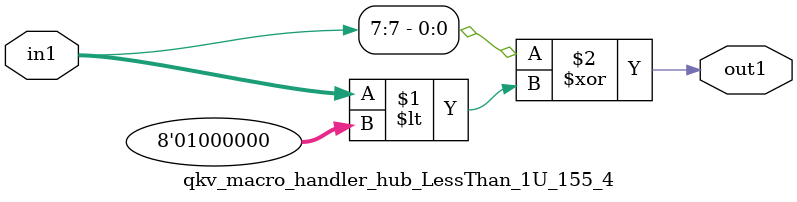
<source format=v>

`timescale 1ps / 1ps


module qkv_macro_handler_hub_LessThan_1U_155_4( in1, out1 );

    input [7:0] in1;
    output out1;

    
    // rtl_process:qkv_macro_handler_hub_LessThan_1U_155_4/qkv_macro_handler_hub_LessThan_1U_155_4_thread_1
    assign out1 = (in1[7] ^ in1 < 8'd064);

endmodule



</source>
